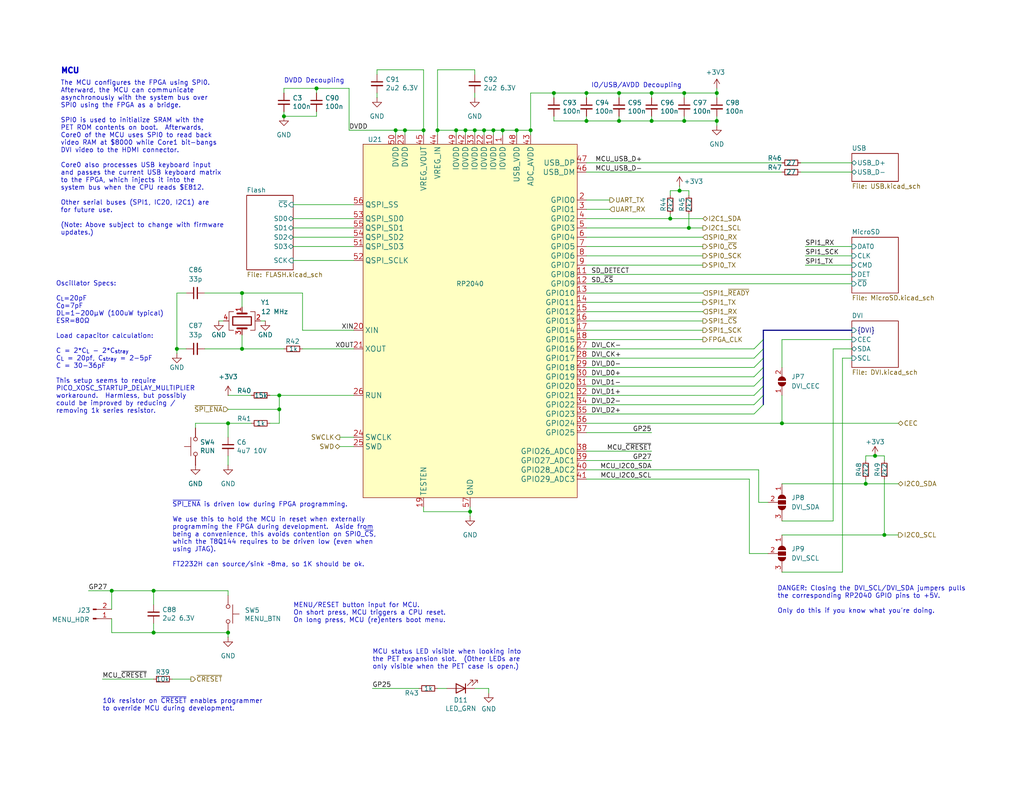
<source format=kicad_sch>
(kicad_sch (version 20231120) (generator "eeschema") (generator_version "8.0")
  (paper "A")
  (title_block (title "EconoPET 40/8096") (date "2023-10-01") (rev "A") (comment 1 "Unspecified resistors are 1% and rated for 62.5mW or higher") (comment 2 "Unspecified capacitors are rated for 25V or higher") (comment 3 "Signals with B-prefix are level-shifted from 3V3 to 5V"))
  (lib_symbols
    (symbol "Connector:Conn_01x02_Pin" (pin_names (offset 1.016) hide)
      (property "Reference" "J" (at 0 2.54 0))
      (property "Value" "Conn_01x02_Pin" (at 0 -5.08 0))
      (symbol "Conn_01x02_Pin_1_1"
        (polyline (pts (xy 1.27 -2.54) (xy 0.8636 -2.54)) (stroke (width 0.1524)))
        (polyline (pts (xy 1.27 0) (xy 0.8636 0)) (stroke (width 0.1524)))
        (rectangle (start 0.8636 -2.413) (end 0 -2.667) (stroke (width 0.1524)) (fill (type outline)))
        (rectangle (start 0.8636 0.127) (end 0 -0.127) (stroke (width 0.1524)) (fill (type outline)))
        (pin passive line (at 5.08 0 180) (length 3.81) (name "Pin_1") (number "1"))
        (pin passive line (at 5.08 -2.54 180) (length 3.81) (name "Pin_2") (number "2"))
      )
    )
    (symbol "Device:C_Small" (pin_numbers hide) (pin_names (offset 0.254) hide)
      (property "Reference" "C" (at 0.254 1.778 0))
      (property "Value" "C_Small" (at 0.254 -2.032 0))
      (symbol "C_Small_0_1"
        (polyline (pts (xy -1.524 -0.508) (xy 1.524 -0.508)) (stroke (width 0.3302)))
        (polyline (pts (xy -1.524 0.508) (xy 1.524 0.508)) (stroke (width 0.3048)))
      )
      (symbol "C_Small_1_1"
        (pin passive line (at 0 2.54 270) (length 2.032) (name "~") (number "1"))
        (pin passive line (at 0 -2.54 90) (length 2.032) (name "~") (number "2"))
      )
    )
    (symbol "Device:Crystal_GND24" (pin_names (offset 1.016) hide)
      (property "Reference" "Y" (at 3.175 5.08 0))
      (property "Value" "Crystal_GND24" (at 3.175 3.175 0))
      (symbol "Crystal_GND24_0_1"
        (rectangle (start -1.143 2.54) (end 1.143 -2.54) (stroke (width 0.3048)))
        (polyline (pts (xy -2.54 0) (xy -2.032 0)))
        (polyline (pts (xy -2.032 -1.27) (xy -2.032 1.27)) (stroke (width 0.508)))
        (polyline (pts (xy 0 -3.81) (xy 0 -3.556)))
        (polyline (pts (xy 0 3.556) (xy 0 3.81)))
        (polyline (pts (xy 2.032 -1.27) (xy 2.032 1.27)) (stroke (width 0.508)))
        (polyline (pts (xy 2.032 0) (xy 2.54 0)))
        (polyline (pts (xy -2.54 -2.286) (xy -2.54 -3.556) (xy 2.54 -3.556) (xy 2.54 -2.286)))
        (polyline (pts (xy -2.54 2.286) (xy -2.54 3.556) (xy 2.54 3.556) (xy 2.54 2.286)))
      )
      (symbol "Crystal_GND24_1_1"
        (pin passive line (at -3.81 0 0) (length 1.27) (name "1") (number "1"))
        (pin passive line (at 0 5.08 270) (length 1.27) (name "2") (number "2"))
        (pin passive line (at 3.81 0 180) (length 1.27) (name "3") (number "3"))
        (pin passive line (at 0 -5.08 90) (length 1.27) (name "4") (number "4"))
      )
    )
    (symbol "Device:LED" (pin_numbers hide) (pin_names (offset 1.016) hide)
      (property "Reference" "D" (at 0 2.54 0))
      (property "Value" "LED" (at 0 -2.54 0))
      (symbol "LED_0_1"
        (polyline (pts (xy -1.27 -1.27) (xy -1.27 1.27)) (stroke (width 0.254)))
        (polyline (pts (xy -1.27 0) (xy 1.27 0)))
        (polyline (pts (xy 1.27 -1.27) (xy 1.27 1.27) (xy -1.27 0) (xy 1.27 -1.27)) (stroke (width 0.254)))
        (polyline (pts (xy -3.048 -0.762) (xy -4.572 -2.286) (xy -3.81 -2.286) (xy -4.572 -2.286) (xy -4.572 -1.524)))
        (polyline (pts (xy -1.778 -0.762) (xy -3.302 -2.286) (xy -2.54 -2.286) (xy -3.302 -2.286) (xy -3.302 -1.524)))
      )
      (symbol "LED_1_1"
        (pin passive line (at -3.81 0 0) (length 2.54) (name "K") (number "1"))
        (pin passive line (at 3.81 0 180) (length 2.54) (name "A") (number "2"))
      )
    )
    (symbol "Device:R_Small" (pin_numbers hide) (pin_names (offset 0.254) hide)
      (property "Reference" "R" (at 0.762 0.508 0))
      (property "Value" "R_Small" (at 0.762 -1.016 0))
      (symbol "R_Small_0_1"
        (rectangle (start -0.762 1.778) (end 0.762 -1.778) (stroke (width 0.2032)))
      )
      (symbol "R_Small_1_1"
        (pin passive line (at 0 2.54 270) (length 0.762) (name "~") (number "1"))
        (pin passive line (at 0 -2.54 90) (length 0.762) (name "~") (number "2"))
      )
    )
    (symbol "EconoPET:RP2040"
      (property "Reference" "U" (at -27.94 39.37 0))
      (property "Value" "RP2040" (at -3.81 0 0))
      (symbol "RP2040_0_0"
        (rectangle (start -29.21 38.1) (end 29.21 -58.42) (fill (type background)))
        (pin power_in line (at 8.89 40.64 270) (length 2.54) (name "IOVDD") (number "1"))
        (pin power_in line (at 6.35 40.64 270) (length 2.54) (name "IOVDD") (number "10"))
        (pin bidirectional line (at 31.75 2.54 180) (length 2.54) (name "GPIO8") (number "11"))
        (pin bidirectional line (at 31.75 0 180) (length 2.54) (name "GPIO9") (number "12"))
        (pin bidirectional line (at 31.75 -2.54 180) (length 2.54) (name "GPIO10") (number "13"))
        (pin bidirectional line (at 31.75 -5.08 180) (length 2.54) (name "GPIO11") (number "14"))
        (pin bidirectional line (at 31.75 -7.62 180) (length 2.54) (name "GPIO12") (number "15"))
        (pin bidirectional line (at 31.75 -10.16 180) (length 2.54) (name "GPIO13") (number "16"))
        (pin bidirectional line (at 31.75 -12.7 180) (length 2.54) (name "GPIO14") (number "17"))
        (pin bidirectional line (at 31.75 -15.24 180) (length 2.54) (name "GPIO15") (number "18"))
        (pin input line (at -12.7 -60.96 90) (length 2.54) (name "TESTEN") (number "19"))
        (pin bidirectional line (at 31.75 22.86 180) (length 2.54) (name "GPIO0") (number "2"))
        (pin input line (at -31.75 -12.7 0) (length 2.54) (name "XIN") (number "20"))
        (pin output line (at -31.75 -17.78 0) (length 2.54) (name "XOUT") (number "21"))
        (pin power_in line (at 3.81 40.64 270) (length 2.54) (name "IOVDD") (number "22"))
        (pin power_in line (at -17.78 40.64 270) (length 2.54) (name "DVDD") (number "23"))
        (pin output line (at -31.75 -41.91 0) (length 2.54) (name "SWCLK") (number "24"))
        (pin bidirectional line (at -31.75 -44.45 0) (length 2.54) (name "SWD") (number "25"))
        (pin input line (at -31.75 -30.48 0) (length 2.54) (name "RUN") (number "26"))
        (pin bidirectional line (at 31.75 -17.78 180) (length 2.54) (name "GPIO16") (number "27"))
        (pin bidirectional line (at 31.75 -20.32 180) (length 2.54) (name "GPIO17") (number "28"))
        (pin bidirectional line (at 31.75 -22.86 180) (length 2.54) (name "GPIO18") (number "29"))
        (pin bidirectional line (at 31.75 20.32 180) (length 2.54) (name "GPIO1") (number "3"))
        (pin bidirectional line (at 31.75 -25.4 180) (length 2.54) (name "GPIO19") (number "30"))
        (pin bidirectional line (at 31.75 -27.94 180) (length 2.54) (name "GPIO20") (number "31"))
        (pin bidirectional line (at 31.75 -30.48 180) (length 2.54) (name "GPIO21") (number "32"))
        (pin power_in line (at 1.27 40.64 270) (length 2.54) (name "IOVDD") (number "33"))
        (pin bidirectional line (at 31.75 -33.02 180) (length 2.54) (name "GPIO22") (number "34"))
        (pin bidirectional line (at 31.75 -35.56 180) (length 2.54) (name "GPIO23") (number "35"))
        (pin bidirectional line (at 31.75 -38.1 180) (length 2.54) (name "GPIO24") (number "36"))
        (pin bidirectional line (at 31.75 -40.64 180) (length 2.54) (name "GPIO25") (number "37"))
        (pin bidirectional line (at 31.75 -45.72 180) (length 2.54) (name "GPIO26_ADC0") (number "38"))
        (pin bidirectional line (at 31.75 -48.26 180) (length 2.54) (name "GPIO27_ADC1") (number "39"))
        (pin bidirectional line (at 31.75 17.78 180) (length 2.54) (name "GPIO2") (number "4"))
        (pin bidirectional line (at 31.75 -50.8 180) (length 2.54) (name "GPIO28_ADC2") (number "40"))
        (pin bidirectional line (at 31.75 -53.34 180) (length 2.54) (name "GPIO29_ADC3") (number "41"))
        (pin power_in line (at -1.27 40.64 270) (length 2.54) (name "IOVDD") (number "42"))
        (pin power_in line (at 16.51 40.64 270) (length 2.54) (name "ADC_AVDD") (number "43"))
        (pin power_in line (at -8.89 40.64 270) (length 2.54) (name "VREG_IN") (number "44"))
        (pin power_out line (at -12.7 40.64 270) (length 2.54) (name "VREG_VOUT") (number "45"))
        (pin bidirectional line (at 31.75 30.48 180) (length 2.54) (name "USB_DM") (number "46"))
        (pin bidirectional line (at 31.75 33.02 180) (length 2.54) (name "USB_DP") (number "47"))
        (pin power_in line (at 12.7 40.64 270) (length 2.54) (name "USB_VDD") (number "48"))
        (pin power_in line (at -3.81 40.64 270) (length 2.54) (name "IOVDD") (number "49"))
        (pin bidirectional line (at 31.75 15.24 180) (length 2.54) (name "GPIO3") (number "5"))
        (pin power_in line (at -20.32 40.64 270) (length 2.54) (name "DVDD") (number "50"))
        (pin bidirectional line (at -31.75 10.16 0) (length 2.54) (name "QSPI_SD3") (number "51"))
        (pin output line (at -31.75 6.35 0) (length 2.54) (name "QSPI_SCLK") (number "52"))
        (pin bidirectional line (at -31.75 17.78 0) (length 2.54) (name "QSPI_SD0") (number "53"))
        (pin bidirectional line (at -31.75 12.7 0) (length 2.54) (name "QSPI_SD2") (number "54"))
        (pin bidirectional line (at -31.75 15.24 0) (length 2.54) (name "QSPI_SD1") (number "55"))
        (pin bidirectional line (at -31.75 21.59 0) (length 2.54) (name "QSPI_SS") (number "56"))
        (pin power_in line (at 0 -60.96 90) (length 2.54) (name "GND") (number "57"))
        (pin bidirectional line (at 31.75 12.7 180) (length 2.54) (name "GPIO4") (number "6"))
        (pin bidirectional line (at 31.75 10.16 180) (length 2.54) (name "GPIO5") (number "7"))
        (pin bidirectional line (at 31.75 7.62 180) (length 2.54) (name "GPIO6") (number "8"))
        (pin bidirectional line (at 31.75 5.08 180) (length 2.54) (name "GPIO7") (number "9"))
      )
    )
    (symbol "Jumper:SolderJumper_2_Open" (pin_names (offset 0) hide)
      (property "Reference" "JP" (at 0 2.032 0))
      (property "Value" "SolderJumper_2_Open" (at 0 -2.54 0))
      (symbol "SolderJumper_2_Open_0_1"
        (arc (start -0.254 1.016) (mid -1.2655 0) (end -0.254 -1.016))
        (arc (start -0.254 1.016) (mid -1.2655 0) (end -0.254 -1.016) (fill (type outline)))
        (polyline (pts (xy -0.254 1.016) (xy -0.254 -1.016)))
        (polyline (pts (xy 0.254 1.016) (xy 0.254 -1.016)))
        (arc (start 0.254 -1.016) (mid 1.2655 0) (end 0.254 1.016))
        (arc (start 0.254 -1.016) (mid 1.2655 0) (end 0.254 1.016) (fill (type outline)))
      )
      (symbol "SolderJumper_2_Open_1_1"
        (pin passive line (at -3.81 0 0) (length 2.54) (name "A") (number "1"))
        (pin passive line (at 3.81 0 180) (length 2.54) (name "B") (number "2"))
      )
    )
    (symbol "Jumper:SolderJumper_3_Open" (pin_names (offset 0) hide)
      (property "Reference" "JP" (at -2.54 -2.54 0))
      (property "Value" "SolderJumper_3_Open" (at 0 2.794 0))
      (symbol "SolderJumper_3_Open_0_1"
        (arc (start -1.016 1.016) (mid -2.0275 0) (end -1.016 -1.016))
        (arc (start -1.016 1.016) (mid -2.0275 0) (end -1.016 -1.016) (fill (type outline)))
        (rectangle (start -0.508 1.016) (end 0.508 -1.016) (fill (type outline)))
        (polyline (pts (xy -2.54 0) (xy -2.032 0)))
        (polyline (pts (xy -1.016 1.016) (xy -1.016 -1.016)))
        (polyline (pts (xy 0 -1.27) (xy 0 -1.016)))
        (polyline (pts (xy 1.016 1.016) (xy 1.016 -1.016)))
        (polyline (pts (xy 2.54 0) (xy 2.032 0)))
        (arc (start 1.016 -1.016) (mid 2.0275 0) (end 1.016 1.016))
        (arc (start 1.016 -1.016) (mid 2.0275 0) (end 1.016 1.016) (fill (type outline)))
      )
      (symbol "SolderJumper_3_Open_1_1"
        (pin passive line (at -5.08 0 0) (length 2.54) (name "A") (number "1"))
        (pin passive line (at 0 -3.81 90) (length 2.54) (name "C") (number "2"))
        (pin passive line (at 5.08 0 180) (length 2.54) (name "B") (number "3"))
      )
    )
    (symbol "Switch:SW_Push" (pin_numbers hide) (pin_names (offset 1.016) hide)
      (property "Reference" "SW" (at 1.27 2.54 0))
      (property "Value" "SW_Push" (at 0 -1.524 0))
      (symbol "SW_Push_0_1"
        (circle (center -2.032 0) (radius 0.508))
        (polyline (pts (xy 0 1.27) (xy 0 3.048)))
        (polyline (pts (xy 2.54 1.27) (xy -2.54 1.27)))
        (circle (center 2.032 0) (radius 0.508))
        (pin passive line (at -5.08 0 0) (length 2.54) (name "1") (number "1"))
        (pin passive line (at 5.08 0 180) (length 2.54) (name "2") (number "2"))
      )
    )
    (symbol "power:+3V3" (power) (pin_numbers hide) (pin_names (offset 0) hide)
      (property "Value" "+3V3" (at 0 3.556 0))
      (symbol "+3V3_0_1"
        (polyline (pts (xy -0.762 1.27) (xy 0 2.54)))
        (polyline (pts (xy 0 0) (xy 0 2.54)))
        (polyline (pts (xy 0 2.54) (xy 0.762 1.27)))
      )
      (symbol "+3V3_1_1"
        (pin power_in line (at 0 0 90) (length 0) (name "~") (number "1"))
      )
    )
    (symbol "power:GND" (power) (pin_numbers hide) (pin_names (offset 0) hide)
      (property "Value" "GND" (at 0 -3.81 0))
      (symbol "GND_0_1"
        (polyline (pts (xy 0 0) (xy 0 -1.27) (xy 1.27 -1.27) (xy 0 -2.54) (xy -1.27 -1.27) (xy 0 -1.27)))
      )
      (symbol "GND_1_1"
        (pin power_in line (at 0 0 270) (length 0) (name "~") (number "1"))
      )
    )
  )
  (junction (at 134.62 35.56))
  (junction (at 110.49 35.56))
  (junction (at 41.91 161.29))
  (junction (at 195.58 25.4))
  (junction (at 41.91 172.72))
  (junction (at 182.88 59.69))
  (junction (at 177.8 33.02))
  (junction (at 119.38 35.56))
  (junction (at 160.02 33.02))
  (junction (at 151.13 25.4))
  (junction (at 62.23 115.57))
  (junction (at 160.02 25.4))
  (junction (at 66.04 80.01))
  (junction (at 86.36 24.13))
  (junction (at 168.91 33.02))
  (junction (at 48.26 95.25))
  (junction (at 238.76 124.46))
  (junction (at 185.42 52.07))
  (junction (at 62.23 172.72))
  (junction (at 76.2 111.76))
  (junction (at 186.69 25.4))
  (junction (at 115.57 35.56))
  (junction (at 129.54 35.56))
  (junction (at 168.91 25.4))
  (junction (at 195.58 33.02))
  (junction (at 128.27 139.7))
  (junction (at 107.95 35.56))
  (junction (at 236.22 132.08))
  (junction (at 213.36 115.57))
  (junction (at 66.04 95.25))
  (junction (at 144.78 35.56))
  (junction (at 76.2 107.95))
  (junction (at 132.08 35.56))
  (junction (at 186.69 33.02))
  (junction (at 241.3 146.05))
  (junction (at 127 35.56))
  (junction (at 187.96 62.23))
  (junction (at 177.8 25.4))
  (junction (at 137.16 35.56))
  (junction (at 140.97 35.56))
  (junction (at 30.48 161.29))
  (junction (at 77.47 31.75))
  (junction (at 124.46 35.56))
  (bus_entry (at 208.28 107.95) (size -2.54 2.54))
  (bus_entry (at 208.28 110.49) (size -2.54 2.54))
  (bus_entry (at 208.28 100.33) (size -2.54 2.54))
  (bus_entry (at 208.28 102.87) (size -2.54 2.54))
  (bus_entry (at 208.28 97.79) (size -2.54 2.54))
  (bus_entry (at 208.28 105.41) (size -2.54 2.54))
  (bus_entry (at 208.28 95.25) (size -2.54 2.54))
  (bus_entry (at 208.28 92.71) (size -2.54 2.54))
  (wire (pts (xy 186.69 25.4) (xy 186.69 26.67)))
  (wire (pts (xy 144.78 25.4) (xy 144.78 35.56)))
  (wire (pts (xy 241.3 124.46) (xy 241.3 125.73)))
  (wire (pts (xy 151.13 25.4) (xy 160.02 25.4)))
  (wire (pts (xy 160.02 72.39) (xy 191.77 72.39)))
  (wire (pts (xy 187.96 58.42) (xy 187.96 62.23)))
  (wire (pts (xy 92.71 119.38) (xy 96.52 119.38)))
  (wire (pts (xy 73.66 107.95) (xy 76.2 107.95)))
  (wire (pts (xy 185.42 52.07) (xy 187.96 52.07)))
  (wire (pts (xy 160.02 57.15) (xy 166.37 57.15)))
  (wire (pts (xy 177.8 25.4) (xy 186.69 25.4)))
  (wire (pts (xy 92.71 121.92) (xy 96.52 121.92)))
  (wire (pts (xy 160.02 125.73) (xy 177.8 125.73)))
  (wire (pts (xy 102.87 19.05) (xy 102.87 20.32)))
  (wire (pts (xy 134.62 35.56) (xy 132.08 35.56)))
  (wire (pts (xy 160.02 25.4) (xy 160.02 26.67)))
  (wire (pts (xy 160.02 46.99) (xy 213.36 46.99)))
  (wire (pts (xy 187.96 62.23) (xy 160.02 62.23)))
  (wire (pts (xy 213.36 92.71) (xy 213.36 100.33)))
  (wire (pts (xy 55.88 95.25) (xy 66.04 95.25)))
  (wire (pts (xy 207.01 128.27) (xy 207.01 137.16)))
  (wire (pts (xy 160.02 64.77) (xy 191.77 64.77)))
  (wire (pts (xy 218.44 44.45) (xy 232.41 44.45)))
  (wire (pts (xy 62.23 115.57) (xy 62.23 119.38)))
  (wire (pts (xy 76.2 111.76) (xy 76.2 107.95)))
  (wire (pts (xy 30.48 168.91) (xy 30.48 172.72)))
  (wire (pts (xy 187.96 52.07) (xy 187.96 53.34)))
  (wire (pts (xy 82.55 80.01) (xy 82.55 90.17)))
  (wire (pts (xy 62.23 124.46) (xy 62.23 127)))
  (wire (pts (xy 110.49 35.56) (xy 110.49 36.83)))
  (wire (pts (xy 219.71 69.85) (xy 232.41 69.85)))
  (wire (pts (xy 186.69 25.4) (xy 195.58 25.4)))
  (wire (pts (xy 236.22 125.73) (xy 236.22 124.46)))
  (wire (pts (xy 182.88 52.07) (xy 185.42 52.07)))
  (wire (pts (xy 134.62 35.56) (xy 134.62 36.83)))
  (wire (pts (xy 55.88 80.01) (xy 66.04 80.01)))
  (wire (pts (xy 77.47 24.13) (xy 86.36 24.13)))
  (wire (pts (xy 132.08 35.56) (xy 132.08 36.83)))
  (wire (pts (xy 168.91 25.4) (xy 177.8 25.4)))
  (wire (pts (xy 219.71 67.31) (xy 232.41 67.31)))
  (wire (pts (xy 132.08 35.56) (xy 129.54 35.56)))
  (wire (pts (xy 144.78 35.56) (xy 140.97 35.56)))
  (wire (pts (xy 160.02 102.87) (xy 205.74 102.87)))
  (wire (pts (xy 160.02 118.11) (xy 177.8 118.11)))
  (wire (pts (xy 76.2 115.57) (xy 76.2 111.76)))
  (wire (pts (xy 238.76 124.46) (xy 241.3 124.46)))
  (wire (pts (xy 115.57 19.05) (xy 115.57 35.56)))
  (wire (pts (xy 160.02 100.33) (xy 205.74 100.33)))
  (wire (pts (xy 186.69 31.75) (xy 186.69 33.02)))
  (wire (pts (xy 62.23 115.57) (xy 68.58 115.57)))
  (wire (pts (xy 186.69 33.02) (xy 177.8 33.02)))
  (wire (pts (xy 27.94 185.42) (xy 41.91 185.42)))
  (wire (pts (xy 48.26 80.01) (xy 48.26 95.25)))
  (wire (pts (xy 86.36 24.13) (xy 95.25 24.13)))
  (wire (pts (xy 213.36 92.71) (xy 232.41 92.71)))
  (wire (pts (xy 177.8 33.02) (xy 168.91 33.02)))
  (wire (pts (xy 160.02 77.47) (xy 232.41 77.47)))
  (wire (pts (xy 82.55 90.17) (xy 96.52 90.17)))
  (wire (pts (xy 160.02 90.17) (xy 191.77 90.17)))
  (wire (pts (xy 86.36 24.13) (xy 86.36 25.4)))
  (wire (pts (xy 213.36 115.57) (xy 245.11 115.57)))
  (wire (pts (xy 219.71 72.39) (xy 232.41 72.39)))
  (wire (pts (xy 82.55 95.25) (xy 96.52 95.25)))
  (wire (pts (xy 160.02 33.02) (xy 151.13 33.02)))
  (wire (pts (xy 80.01 64.77) (xy 96.52 64.77)))
  (wire (pts (xy 140.97 35.56) (xy 140.97 36.83)))
  (bus (pts (xy 208.28 90.17) (xy 208.28 92.71)))
  (wire (pts (xy 160.02 110.49) (xy 205.74 110.49)))
  (wire (pts (xy 30.48 172.72) (xy 41.91 172.72)))
  (wire (pts (xy 128.27 138.43) (xy 128.27 139.7)))
  (wire (pts (xy 48.26 95.25) (xy 50.8 95.25)))
  (wire (pts (xy 41.91 170.18) (xy 41.91 172.72)))
  (wire (pts (xy 59.69 87.63) (xy 60.96 87.63)))
  (wire (pts (xy 119.38 19.05) (xy 129.54 19.05)))
  (wire (pts (xy 110.49 35.56) (xy 107.95 35.56)))
  (wire (pts (xy 182.88 59.69) (xy 191.77 59.69)))
  (wire (pts (xy 102.87 19.05) (xy 115.57 19.05)))
  (wire (pts (xy 195.58 31.75) (xy 195.58 33.02)))
  (wire (pts (xy 229.87 97.79) (xy 229.87 156.21)))
  (wire (pts (xy 160.02 130.81) (xy 204.47 130.81)))
  (wire (pts (xy 160.02 85.09) (xy 191.77 85.09)))
  (wire (pts (xy 195.58 34.29) (xy 195.58 33.02)))
  (wire (pts (xy 62.23 107.95) (xy 68.58 107.95)))
  (wire (pts (xy 95.25 24.13) (xy 95.25 35.56)))
  (wire (pts (xy 151.13 33.02) (xy 151.13 31.75)))
  (wire (pts (xy 119.38 187.96) (xy 121.92 187.96)))
  (wire (pts (xy 160.02 107.95) (xy 205.74 107.95)))
  (wire (pts (xy 213.36 142.24) (xy 227.33 142.24)))
  (wire (pts (xy 86.36 31.75) (xy 77.47 31.75)))
  (wire (pts (xy 124.46 35.56) (xy 124.46 36.83)))
  (wire (pts (xy 182.88 58.42) (xy 182.88 59.69)))
  (wire (pts (xy 102.87 25.4) (xy 102.87 26.67)))
  (wire (pts (xy 160.02 69.85) (xy 191.77 69.85)))
  (bus (pts (xy 208.28 97.79) (xy 208.28 100.33)))
  (wire (pts (xy 168.91 25.4) (xy 168.91 26.67)))
  (wire (pts (xy 227.33 95.25) (xy 232.41 95.25)))
  (wire (pts (xy 80.01 59.69) (xy 96.52 59.69)))
  (wire (pts (xy 77.47 24.13) (xy 77.47 25.4)))
  (wire (pts (xy 213.36 132.08) (xy 236.22 132.08)))
  (wire (pts (xy 168.91 31.75) (xy 168.91 33.02)))
  (wire (pts (xy 101.6 187.96) (xy 114.3 187.96)))
  (wire (pts (xy 41.91 161.29) (xy 62.23 161.29)))
  (wire (pts (xy 66.04 80.01) (xy 66.04 83.82)))
  (wire (pts (xy 127 35.56) (xy 124.46 35.56)))
  (wire (pts (xy 160.02 87.63) (xy 191.77 87.63)))
  (bus (pts (xy 208.28 90.17) (xy 232.41 90.17)))
  (wire (pts (xy 160.02 105.41) (xy 205.74 105.41)))
  (wire (pts (xy 137.16 36.83) (xy 137.16 35.56)))
  (wire (pts (xy 127 35.56) (xy 127 36.83)))
  (wire (pts (xy 160.02 54.61) (xy 166.37 54.61)))
  (wire (pts (xy 160.02 67.31) (xy 191.77 67.31)))
  (wire (pts (xy 160.02 95.25) (xy 205.74 95.25)))
  (wire (pts (xy 128.27 139.7) (xy 128.27 140.97)))
  (wire (pts (xy 48.26 95.25) (xy 48.26 96.52)))
  (wire (pts (xy 182.88 59.69) (xy 160.02 59.69)))
  (wire (pts (xy 195.58 33.02) (xy 186.69 33.02)))
  (wire (pts (xy 53.34 115.57) (xy 62.23 115.57)))
  (wire (pts (xy 236.22 132.08) (xy 245.11 132.08)))
  (wire (pts (xy 160.02 82.55) (xy 191.77 82.55)))
  (wire (pts (xy 66.04 80.01) (xy 82.55 80.01)))
  (wire (pts (xy 227.33 142.24) (xy 227.33 95.25)))
  (wire (pts (xy 86.36 30.48) (xy 86.36 31.75)))
  (wire (pts (xy 41.91 161.29) (xy 41.91 165.1)))
  (wire (pts (xy 80.01 62.23) (xy 96.52 62.23)))
  (wire (pts (xy 73.66 115.57) (xy 76.2 115.57)))
  (wire (pts (xy 204.47 130.81) (xy 204.47 151.13)))
  (wire (pts (xy 236.22 130.81) (xy 236.22 132.08)))
  (bus (pts (xy 208.28 105.41) (xy 208.28 107.95)))
  (wire (pts (xy 80.01 55.88) (xy 96.52 55.88)))
  (wire (pts (xy 41.91 172.72) (xy 62.23 172.72)))
  (wire (pts (xy 62.23 111.76) (xy 76.2 111.76)))
  (wire (pts (xy 160.02 97.79) (xy 205.74 97.79)))
  (wire (pts (xy 119.38 35.56) (xy 119.38 19.05)))
  (wire (pts (xy 129.54 187.96) (xy 133.35 187.96)))
  (wire (pts (xy 30.48 161.29) (xy 41.91 161.29)))
  (wire (pts (xy 50.8 80.01) (xy 48.26 80.01)))
  (wire (pts (xy 160.02 74.93) (xy 232.41 74.93)))
  (wire (pts (xy 151.13 25.4) (xy 144.78 25.4)))
  (wire (pts (xy 160.02 92.71) (xy 191.77 92.71)))
  (wire (pts (xy 80.01 67.31) (xy 96.52 67.31)))
  (wire (pts (xy 66.04 95.25) (xy 66.04 91.44)))
  (wire (pts (xy 213.36 146.05) (xy 241.3 146.05)))
  (wire (pts (xy 129.54 19.05) (xy 129.54 20.32)))
  (wire (pts (xy 53.34 115.57) (xy 53.34 116.84)))
  (wire (pts (xy 182.88 53.34) (xy 182.88 52.07)))
  (wire (pts (xy 213.36 107.95) (xy 213.36 115.57)))
  (wire (pts (xy 137.16 35.56) (xy 140.97 35.56)))
  (wire (pts (xy 195.58 24.13) (xy 195.58 25.4)))
  (bus (pts (xy 208.28 102.87) (xy 208.28 105.41)))
  (wire (pts (xy 115.57 138.43) (xy 115.57 139.7)))
  (wire (pts (xy 137.16 35.56) (xy 134.62 35.56)))
  (wire (pts (xy 218.44 46.99) (xy 232.41 46.99)))
  (wire (pts (xy 119.38 36.83) (xy 119.38 35.56)))
  (wire (pts (xy 76.2 107.95) (xy 96.52 107.95)))
  (wire (pts (xy 185.42 50.8) (xy 185.42 52.07)))
  (wire (pts (xy 177.8 25.4) (xy 177.8 26.67)))
  (wire (pts (xy 46.99 185.42) (xy 52.07 185.42)))
  (wire (pts (xy 160.02 128.27) (xy 207.01 128.27)))
  (wire (pts (xy 144.78 36.83) (xy 144.78 35.56)))
  (wire (pts (xy 119.38 35.56) (xy 124.46 35.56)))
  (wire (pts (xy 160.02 44.45) (xy 213.36 44.45)))
  (bus (pts (xy 208.28 100.33) (xy 208.28 102.87)))
  (wire (pts (xy 71.12 87.63) (xy 72.39 87.63)))
  (wire (pts (xy 207.01 137.16) (xy 209.55 137.16)))
  (wire (pts (xy 95.25 35.56) (xy 107.95 35.56)))
  (bus (pts (xy 208.28 92.71) (xy 208.28 95.25)))
  (wire (pts (xy 160.02 31.75) (xy 160.02 33.02)))
  (wire (pts (xy 229.87 97.79) (xy 232.41 97.79)))
  (wire (pts (xy 115.57 139.7) (xy 128.27 139.7)))
  (wire (pts (xy 110.49 35.56) (xy 115.57 35.56)))
  (wire (pts (xy 24.13 161.29) (xy 30.48 161.29)))
  (wire (pts (xy 66.04 95.25) (xy 77.47 95.25)))
  (wire (pts (xy 151.13 26.67) (xy 151.13 25.4)))
  (wire (pts (xy 133.35 187.96) (xy 133.35 189.23)))
  (bus (pts (xy 208.28 95.25) (xy 208.28 97.79)))
  (wire (pts (xy 80.01 71.12) (xy 96.52 71.12)))
  (wire (pts (xy 62.23 172.72) (xy 62.23 173.99)))
  (wire (pts (xy 204.47 151.13) (xy 209.55 151.13)))
  (bus (pts (xy 208.28 107.95) (xy 208.28 110.49)))
  (wire (pts (xy 160.02 113.03) (xy 205.74 113.03)))
  (wire (pts (xy 236.22 124.46) (xy 238.76 124.46)))
  (wire (pts (xy 160.02 123.19) (xy 177.8 123.19)))
  (wire (pts (xy 195.58 25.4) (xy 195.58 26.67)))
  (wire (pts (xy 177.8 31.75) (xy 177.8 33.02)))
  (wire (pts (xy 129.54 35.56) (xy 129.54 36.83)))
  (wire (pts (xy 129.54 25.4) (xy 129.54 26.67)))
  (wire (pts (xy 229.87 156.21) (xy 213.36 156.21)))
  (wire (pts (xy 107.95 35.56) (xy 107.95 36.83)))
  (wire (pts (xy 62.23 161.29) (xy 62.23 162.56)))
  (wire (pts (xy 241.3 146.05) (xy 245.11 146.05)))
  (wire (pts (xy 168.91 33.02) (xy 160.02 33.02)))
  (wire (pts (xy 160.02 115.57) (xy 213.36 115.57)))
  (wire (pts (xy 160.02 80.01) (xy 191.77 80.01)))
  (wire (pts (xy 115.57 35.56) (xy 115.57 36.83)))
  (wire (pts (xy 77.47 30.48) (xy 77.47 31.75)))
  (wire (pts (xy 30.48 161.29) (xy 30.48 166.37)))
  (wire (pts (xy 129.54 35.56) (xy 127 35.56)))
  (wire (pts (xy 241.3 130.81) (xy 241.3 146.05)))
  (wire (pts (xy 160.02 25.4) (xy 168.91 25.4)))
  (wire (pts (xy 187.96 62.23) (xy 191.77 62.23)))
  (text "IO/USB/AVDD Decoupling" (at 161.29 24.13 0) (effects (font (size 1.27 1.27)) (justify left bottom)))
  (text "The MCU configures the FPGA using SPI0.\nAfterward, the MCU can communicate\nasynchronously with the system bus over\nSPI0 using the FPGA as a bridge.\n\nSPI0 is used to initialize SRAM with the\nPET ROM contents on boot.  Afterwards,\nCore0 of the MCU uses SPI0 to read back\nvideo RAM at $8000 while Core1 bit-bangs\nDVI video to the HDMI connector.\n\nCore0 also processes USB keyboard input\nand passes the current USB keyboard matrix\nto the FPGA, which injects it into the\nsystem bus when the CPU reads $E812.\n\nOther serial buses (SPI1, IC20, I2C1) are\nfor future use.\n\n(Note: Above subject to change with firmware\nupdates.)" (at 16.51 43.18 0) (effects (font (size 1.27 1.27)) (justify left)))
  (text "Oscillator Specs:\n\nC_{L}=20pF\nC_{0}=7pF\nDL=1-200μW (100uW typical)\nESR=80Ω\n\nLoad capacitor calculation:\n\nC = 2*C_{L} - 2*C_{stray}\nC_{L} = 20pf, C_{stray} = 2-5pF\nC = 30-36pF\n\nThis setup seems to require\nPICO_XOSC_STARTUP_DELAY_MULTIPLIER\nworkaround.  Harmless, but possibly\ncould be improved by reducing /\nremoving 1k series resistor." (at 15.24 113.03 0) (effects (font (size 1.27 1.27)) (justify left bottom)))
  (text "~{SPI_ENA} is driven low during FPGA programming.\n\nWe use this to hold the MCU in reset when externally\nprogramming the FPGA during development.  Aside from\nbeing a convenience, this avoids contention on SPI0_~{CS},\nwhich the T8Q144 requires to be driven low (even when\nusing JTAG).\n\nFT2232H can source/sink ~8ma, so 1K should be ok.\n" (at 46.99 154.94 0) (effects (font (size 1.27 1.27)) (justify left bottom)))
  (text "MCU" (at 16.51 20.32 0) (effects (font (size 1.5 1.5) (thickness 0.8) (bold yes)) (justify left bottom)))
  (text "DANGER: Closing the DVI_SCL/DVI_SDA jumpers pulls\nthe corresponding RP2040 GPIO pins to +5V.\n\nOnly do this if you know what you're doing." (at 212.09 163.83 0) (effects (font (size 1.27 1.27)) (justify left)))
  (text "MCU status LED visible when looking into\nthe PET expansion slot.  (Other LEDs are\nonly visible when the PET case is open.)" (at 101.6 182.88 0) (effects (font (size 1.27 1.27)) (justify left bottom)))
  (text "MENU/RESET button input for MCU.\nOn short press, MCU triggers a CPU reset.\nOn long press, MCU (re)enters boot menu." (at 80.01 170.18 0) (effects (font (size 1.27 1.27)) (justify left bottom)))
  (text "DVDD Decoupling" (at 77.47 22.86 0) (effects (font (size 1.27 1.27)) (justify left bottom)))
  (text "10k resistor on ~{CRESET} enables programmer\nto override MCU during development." (at 27.94 194.31 0) (effects (font (size 1.27 1.27)) (justify left bottom)))
  (label "DVI_CK+" (at 161.29 97.79 0))
  (label "DVI_D2-" (at 161.29 110.49 0))
  (label "DVI_D0+" (at 161.29 102.87 0))
  (label "DVI_CK-" (at 161.29 95.25 0))
  (label "MCU_~{CRESET}" (at 177.8 123.19 180))
  (label "DVI_D2+" (at 161.29 113.03 0))
  (label "XOUT" (at 96.52 95.25 180))
  (label "GP25" (at 101.6 187.96 0))
  (label "GP25" (at 177.8 118.11 180))
  (label "DVI_D1+" (at 161.29 107.95 0))
  (label "DVI_D1-" (at 161.29 105.41 0))
  (label "SPI1_RX" (at 219.71 67.31 0))
  (label "SPI1_TX" (at 219.71 72.39 0))
  (label "MCU_USB_D+" (at 175.26 44.45 180))
  (label "MCU_USB_D-" (at 175.26 46.99 180))
  (label "MCU_I2C0_SCL" (at 177.8 130.81 180))
  (label "GP27" (at 24.13 161.29 0))
  (label "SD_DETECT" (at 161.29 74.93 0))
  (label "MCU_~{CRESET}" (at 27.94 185.42 0))
  (label "SPI1_SCK" (at 219.71 69.85 0))
  (label "DVI_D0-" (at 161.29 100.33 0))
  (label "MCU_I2C0_SDA" (at 177.8 128.27 180))
  (label "SD_~{CS}" (at 161.29 77.47 0))
  (label "GP27" (at 177.8 125.73 180))
  (label "DVDD" (at 95.25 35.56 0))
  (label "XIN" (at 96.52 90.17 180))
  (hierarchical_label "I2C0_SDA" (shape bidirectional) (at 245.11 132.08 0))
  (hierarchical_label "FPGA_CLK" (shape output) (at 191.77 92.71 0))
  (hierarchical_label "I2C1_SDA" (shape bidirectional) (at 191.77 59.69 0))
  (hierarchical_label "~{CRESET}" (shape output) (at 52.07 185.42 0))
  (hierarchical_label "CEC" (shape bidirectional) (at 245.11 115.57 0))
  (hierarchical_label "SPI1_TX" (shape output) (at 191.77 82.55 0))
  (hierarchical_label "SPI1_RX" (shape input) (at 191.77 85.09 0))
  (hierarchical_label "~{SPI_ENA}" (shape input) (at 62.23 111.76 180))
  (hierarchical_label "SPI0_TX" (shape output) (at 191.77 72.39 0))
  (hierarchical_label "I2C1_SCL" (shape output) (at 191.77 62.23 0))
  (hierarchical_label "UART_TX" (shape output) (at 166.37 54.61 0))
  (hierarchical_label "SPI0_SCK" (shape output) (at 191.77 69.85 0))
  (hierarchical_label "I2C0_SCL" (shape output) (at 245.11 146.05 0))
  (hierarchical_label "SPI1_~{CS}" (shape output) (at 191.77 87.63 0))
  (hierarchical_label "UART_RX" (shape input) (at 166.37 57.15 0))
  (hierarchical_label "SPI1_~{READY}" (shape input) (at 191.77 80.01 0))
  (hierarchical_label "SPI1_SCK" (shape output) (at 191.77 90.17 0))
  (hierarchical_label "SWCLK" (shape output) (at 92.71 119.38 180))
  (hierarchical_label "SWD" (shape bidirectional) (at 92.71 121.92 180))
  (hierarchical_label "SPI0_~{CS}" (shape output) (at 191.77 67.31 0))
  (hierarchical_label "SPI0_RX" (shape input) (at 191.77 64.77 0))
  (symbol (lib_id "Device:C_Small") (at 160.02 29.21 0) (unit 1)
    (property "Reference" "C94" (at 162.3568 28.0416 0) (effects (justify left)))
    (property "Value" "100n" (at 162.3568 30.353 0) (effects (justify left)))
    (property "Footprint" "Capacitor_SMD:C_0402_1005Metric" (effects (hide yes)))
    (property "Datasheet" "https://product.samsungsem.com/mlcc/CL05B104KB54PN.do" (effects (hide yes)))
    (property "LCSC" "C307331" (effects (hide yes)))
  )
  (symbol (lib_id "Device:C_Small") (at 53.34 95.25 90) (unit 1)
    (property "Reference" "C87" (at 53.3463 88.9 90))
    (property "Value" "33p" (at 53.3463 91.44 90))
    (property "Footprint" "Capacitor_SMD:C_0402_1005Metric" (effects (hide yes)))
    (property "Datasheet" "https://www.lcsc.com/datasheet/lcsc_datasheet_2304140030_FH--Guangdong-Fenghua-Advanced-Tech-0402CG330J500NT_C1562.pdf" (effects (hide yes)))
    (property "LCSC" "C1562" (effects (hide yes)))
  )
  (symbol (lib_id "Jumper:SolderJumper_3_Open") (at 213.36 137.16 270) (unit 1)
    (property "Reference" "JP8" (at 215.9 135.8899 90) (effects (justify left)))
    (property "Value" "DVI_SDA" (at 215.9 138.4299 90) (effects (justify left)))
    (property "Footprint" "Jumper:SolderJumper-3_P1.3mm_Open_RoundedPad1.0x1.5mm" (effects (hide yes)))
  )
  (symbol (lib_id "power:GND") (at 128.27 140.97 0) (unit 1)
    (property "Reference" "#PWR0156" (effects (hide yes)))
    (property "Value" "GND" (at 128.27 146.05 0))
    (property "Description" "Power symbol creates a global label with name \"GND\" , ground" (effects (hide yes)))
  )
  (symbol (lib_id "power:GND") (at 59.69 87.63 0) (unit 1)
    (property "Reference" "#PWR0148" (effects (hide yes)))
    (property "Value" "GND" (at 59.69 91.44 0))
    (property "Description" "Power symbol creates a global label with name \"GND\" , ground" (effects (hide yes)))
  )
  (symbol (lib_id "Device:C_Small") (at 195.58 29.21 0) (unit 1)
    (property "Reference" "C98" (at 197.9168 28.0416 0) (effects (justify left)))
    (property "Value" "100n" (at 197.9168 30.353 0) (effects (justify left)))
    (property "Footprint" "Capacitor_SMD:C_0402_1005Metric" (effects (hide yes)))
    (property "Datasheet" "https://product.samsungsem.com/mlcc/CL05B104KB54PN.do" (effects (hide yes)))
    (property "LCSC" "C307331" (effects (hide yes)))
  )
  (symbol (lib_id "power:GND") (at 102.87 26.67 0) (unit 1)
    (property "Reference" "#PWR0154" (effects (hide yes)))
    (property "Value" "GND" (at 102.87 31.75 0))
    (property "Description" "Power symbol creates a global label with name \"GND\" , ground" (effects (hide yes)))
  )
  (symbol (lib_id "Device:C_Small") (at 53.34 80.01 90) (unit 1)
    (property "Reference" "C86" (at 53.3463 73.66 90))
    (property "Value" "33p" (at 53.3463 76.2 90))
    (property "Footprint" "Capacitor_SMD:C_0402_1005Metric" (effects (hide yes)))
    (property "Datasheet" "https://www.lcsc.com/datasheet/lcsc_datasheet_2304140030_FH--Guangdong-Fenghua-Advanced-Tech-0402CG330J500NT_C1562.pdf" (effects (hide yes)))
    (property "LCSC" "C1562" (effects (hide yes)))
  )
  (symbol (lib_id "power:GND") (at 48.26 96.52 0) (unit 1)
    (property "Reference" "#PWR0146" (effects (hide yes)))
    (property "Value" "GND" (at 48.26 100.33 0))
    (property "Description" "Power symbol creates a global label with name \"GND\" , ground" (effects (hide yes)))
  )
  (symbol (lib_id "EconoPET:RP2040") (at 128.27 77.47 0) (unit 1)
    (property "Reference" "U21" (at 100.33 38.1 0) (effects (justify left)))
    (property "Value" "RP2040" (at 124.46 77.47 0) (effects (justify left)))
    (property "Footprint" "EconoPET:LQFN-56_L7.0-W7.0-P0.4-EP" (effects (hide yes)))
    (property "Datasheet" "https://jlcpcb.com/api/file/downloadByFileSystemAccessId/8550723933012836352" (effects (hide yes)))
    (property "LCSC" "C2040" (effects (hide yes)))
  )
  (symbol (lib_id "Device:LED") (at 125.73 187.96 180) (unit 1)
    (property "Reference" "D11" (at 125.73 191.135 0))
    (property "Value" "LED_GRN" (at 125.73 193.4464 0))
    (property "Footprint" "LED_SMD:LED_0603_1608Metric" (effects (hide yes)))
    (property "Datasheet" "https://wmsc.lcsc.com/wmsc/upload/file/pdf/v2/lcsc/2207051802_Everlight-Elec-19-217-GHC-YR1S2-6T_C2986059.pdf" (effects (hide yes)))
    (property "LCSC" "C2986059" (effects (hide yes)))
  )
  (symbol (lib_id "Device:R_Small") (at 187.96 55.88 0) (unit 1)
    (property "Reference" "R45" (at 186.055 57.785 90) (effects (justify left)))
    (property "Value" "2k2" (at 187.96 57.785 90) (effects (justify left)))
    (property "Footprint" "Resistor_SMD:R_0402_1005Metric" (effects (hide yes)))
    (property "Datasheet" "https://www.lcsc.com/datasheet/lcsc_datasheet_2206010045_UNI-ROYAL-Uniroyal-Elec-0402WGF2201TCE_C25879.pdf" (effects (hide yes)))
    (property "LCSC" "C25879" (effects (hide yes)))
  )
  (symbol (lib_id "Jumper:SolderJumper_3_Open") (at 213.36 151.13 270) (unit 1)
    (property "Reference" "JP9" (at 215.9 149.8599 90) (effects (justify left)))
    (property "Value" "DVI_SCL" (at 215.9 152.3999 90) (effects (justify left)))
    (property "Footprint" "Jumper:SolderJumper-3_P1.3mm_Open_RoundedPad1.0x1.5mm" (effects (hide yes)))
  )
  (symbol (lib_id "Device:R_Small") (at 71.12 115.57 90) (unit 1)
    (property "Reference" "R41" (at 68.58 114.3 90) (effects (justify left)))
    (property "Value" "1k" (at 72.39 115.57 90) (effects (justify left)))
    (property "Footprint" "Resistor_SMD:R_0402_1005Metric" (effects (hide yes)))
    (property "Datasheet" "https://www.lcsc.com/datasheet/lcsc_datasheet_2206010216_UNI-ROYAL-Uniroyal-Elec-0402WGF1001TCE_C11702.pdf" (effects (hide yes)))
    (property "LCSC" "C11702" (effects (hide yes)))
  )
  (symbol (lib_id "Device:R_Small") (at 44.45 185.42 90) (mirror x) (unit 1)
    (property "Reference" "R39" (at 46.355 183.515 90) (effects (justify left)))
    (property "Value" "10k" (at 46.228 185.42 90) (effects (justify left)))
    (property "Footprint" "Resistor_SMD:R_0402_1005Metric" (effects (hide yes)))
    (property "Datasheet" "https://jlcpcb.com/api/file/downloadByFileSystemAccessId/8556212101498380288" (effects (hide yes)))
    (property "LCSC" "C25744" (effects (hide yes)))
  )
  (symbol (lib_id "power:GND") (at 77.47 31.75 0) (unit 1)
    (property "Reference" "#PWR0153" (effects (hide yes)))
    (property "Value" "GND" (at 77.47 36.83 0))
    (property "Description" "Power symbol creates a global label with name \"GND\" , ground" (effects (hide yes)))
  )
  (symbol (lib_id "Device:Crystal_GND24") (at 66.04 87.63 270) (unit 1)
    (property "Reference" "Y1" (at 72.39 82.55 90))
    (property "Value" "12 MHz" (at 74.93 85.09 90))
    (property "Footprint" "Crystal:Crystal_SMD_3225-4Pin_3.2x2.5mm" (effects (hide yes)))
    (property "Datasheet" "https://www.lcsc.com/datasheet/lcsc_datasheet_2403291504_YXC-Crystal-Oscillators-X322512MSB4SI_C9002.pdf" (effects (hide yes)))
    (property "LCSC" "C9002" (effects (hide yes)))
  )
  (symbol (lib_id "Device:R_Small") (at 116.84 187.96 90) (unit 1)
    (property "Reference" "R43" (at 114.3 189.23 90) (effects (justify left)))
    (property "Value" "1k" (at 118.11 187.96 90) (effects (justify left)))
    (property "Footprint" "Resistor_SMD:R_0402_1005Metric" (effects (hide yes)))
    (property "Datasheet" "https://www.lcsc.com/datasheet/lcsc_datasheet_2206010216_UNI-ROYAL-Uniroyal-Elec-0402WGF1001TCE_C11702.pdf" (effects (hide yes)))
    (property "LCSC" "C11702" (effects (hide yes)))
  )
  (symbol (lib_id "Device:C_Small") (at 129.54 22.86 0) (unit 1)
    (property "Reference" "C92" (at 131.8768 21.6916 0) (effects (justify left)))
    (property "Value" "2u2 6.3V" (at 131.8768 24.003 0) (effects (justify left)))
    (property "Footprint" "Capacitor_SMD:C_0402_1005Metric" (effects (hide yes)))
    (property "Datasheet" "https://product.samsungsem.com/mlcc/CL05A225MQ5NSN.do" (effects (hide yes)))
    (property "LCSC" "C12530" (effects (hide yes)))
  )
  (symbol (lib_id "power:GND") (at 53.34 127 0) (unit 1)
    (property "Reference" "#PWR0147" (effects (hide yes)))
    (property "Value" "GND" (at 53.34 132.08 0))
    (property "Description" "Power symbol creates a global label with name \"GND\" , ground" (effects (hide yes)))
  )
  (symbol (lib_id "power:GND") (at 129.54 26.67 0) (unit 1)
    (property "Reference" "#PWR0155" (effects (hide yes)))
    (property "Value" "GND" (at 129.54 31.75 0))
    (property "Description" "Power symbol creates a global label with name \"GND\" , ground" (effects (hide yes)))
  )
  (symbol (lib_id "Switch:SW_Push") (at 53.34 121.92 90) (unit 1)
    (property "Reference" "SW4" (at 54.5592 120.7516 90) (effects (justify right)))
    (property "Value" "RUN" (at 54.5592 123.063 90) (effects (justify right)))
    (property "Footprint" "EconoPET:SW_PUSH_1P1T_6x3.5mm_H4.3_APEM_MJTP1243" (effects (hide yes)))
    (property "Amazon" "https://smile.amazon.com/dp/B008DS188Y" (effects (hide yes)))
    (property "Alt-LCSC" "C457531" (effects (hide yes)))
    (property "MOUSER" "611-PTS636SK43LFS" (effects (hide yes)))
  )
  (symbol (lib_id "Jumper:SolderJumper_2_Open") (at 213.36 104.14 90) (unit 1)
    (property "Reference" "JP7" (at 215.9 102.8699 90) (effects (justify right)))
    (property "Value" "DVI_CEC" (at 215.9 105.4099 90) (effects (justify right)))
    (property "Footprint" "Jumper:SolderJumper-2_P1.3mm_Open_RoundedPad1.0x1.5mm" (effects (hide yes)))
  )
  (symbol (lib_id "power:+3V3") (at 62.23 107.95 0) (unit 1)
    (property "Reference" "#PWR0149" (effects (hide yes)))
    (property "Value" "+3V3" (at 62.23 102.87 0))
    (property "Description" "Power symbol creates a global label with name \"+3V3\"" (effects (hide yes)))
  )
  (symbol (lib_id "Connector:Conn_01x02_Pin") (at 25.4 168.91 0) (mirror x) (unit 1)
    (property "Reference" "J23" (at 22.86 166.624 0))
    (property "Value" "MENU_HDR" (at 19.304 169.164 0))
    (property "Footprint" "Connector_PinHeader_2.54mm:PinHeader_1x02_P2.54mm_Vertical" (effects (hide yes)))
    (property "Description" "Generic connector, single row, 01x02, script generated" (effects (hide yes)))
    (property "MOUSER" "649-1012937891002BLF" (effects (hide yes)))
  )
  (symbol (lib_id "Device:C_Small") (at 86.36 27.94 0) (unit 1)
    (property "Reference" "C90" (at 88.6968 26.7716 0) (effects (justify left)))
    (property "Value" "100n" (at 88.6968 29.083 0) (effects (justify left)))
    (property "Footprint" "Capacitor_SMD:C_0402_1005Metric" (effects (hide yes)))
    (property "Datasheet" "https://product.samsungsem.com/mlcc/CL05B104KB54PN.do" (effects (hide yes)))
    (property "LCSC" "C307331" (effects (hide yes)))
  )
  (symbol (lib_id "Device:R_Small") (at 215.9 46.99 90) (unit 1)
    (property "Reference" "R47" (at 213.36 45.72 90) (effects (justify left)))
    (property "Value" "27" (at 217.17 46.99 90) (effects (justify left)))
    (property "Footprint" "Resistor_SMD:R_0603_1608Metric" (effects (hide yes)))
    (property "Datasheet" "https://www.lcsc.com/datasheet/lcsc_datasheet_2205311845_UNI-ROYAL-Uniroyal-Elec-0603WAF270JT5E_C25190.pdf" (effects (hide yes)))
    (property "LCSC" "C25190" (effects (hide yes)))
  )
  (symbol (lib_id "Device:R_Small") (at 80.01 95.25 90) (unit 1)
    (property "Reference" "R42" (at 81.788 93.218 90) (effects (justify left)))
    (property "Value" "1k" (at 81.28 95.25 90) (effects (justify left)))
    (property "Footprint" "Resistor_SMD:R_0402_1005Metric" (effects (hide yes)))
    (property "Datasheet" "https://www.lcsc.com/datasheet/lcsc_datasheet_2206010216_UNI-ROYAL-Uniroyal-Elec-0402WGF1001TCE_C11702.pdf" (effects (hide yes)))
    (property "LCSC" "C11702" (effects (hide yes)))
  )
  (symbol (lib_id "Device:C_Small") (at 151.13 29.21 0) (unit 1)
    (property "Reference" "C93" (at 153.4668 28.0416 0) (effects (justify left)))
    (property "Value" "100n" (at 153.4668 30.353 0) (effects (justify left)))
    (property "Footprint" "Capacitor_SMD:C_0402_1005Metric" (effects (hide yes)))
    (property "Datasheet" "https://product.samsungsem.com/mlcc/CL05B104KB54PN.do" (effects (hide yes)))
    (property "LCSC" "C307331" (effects (hide yes)))
  )
  (symbol (lib_id "power:+3V3") (at 185.42 50.8 0) (unit 1)
    (property "Reference" "#PWR0158" (effects (hide yes)))
    (property "Value" "+3V3" (at 189.23 49.53 0))
    (property "Description" "Power symbol creates a global label with name \"+3V3\"" (effects (hide yes)))
  )
  (symbol (lib_id "Device:C_Small") (at 102.87 22.86 0) (unit 1)
    (property "Reference" "C91" (at 105.2068 21.6916 0) (effects (justify left)))
    (property "Value" "2u2 6.3V" (at 105.2068 24.003 0) (effects (justify left)))
    (property "Footprint" "Capacitor_SMD:C_0402_1005Metric" (effects (hide yes)))
    (property "Datasheet" "https://product.samsungsem.com/mlcc/CL05A225MQ5NSN.do" (effects (hide yes)))
    (property "LCSC" "C12530" (effects (hide yes)))
  )
  (symbol (lib_id "Device:R_Small") (at 215.9 44.45 90) (unit 1)
    (property "Reference" "R46" (at 213.36 43.18 90) (effects (justify left)))
    (property "Value" "27" (at 217.17 44.45 90) (effects (justify left)))
    (property "Footprint" "Resistor_SMD:R_0603_1608Metric" (effects (hide yes)))
    (property "Datasheet" "https://www.lcsc.com/datasheet/lcsc_datasheet_2205311845_UNI-ROYAL-Uniroyal-Elec-0603WAF270JT5E_C25190.pdf" (effects (hide yes)))
    (property "LCSC" "C25190" (effects (hide yes)))
  )
  (symbol (lib_id "power:GND") (at 62.23 127 0) (unit 1)
    (property "Reference" "#PWR0150" (effects (hide yes)))
    (property "Value" "GND" (at 62.23 132.08 0))
    (property "Description" "Power symbol creates a global label with name \"GND\" , ground" (effects (hide yes)))
  )
  (symbol (lib_id "Device:C_Small") (at 62.23 121.92 0) (unit 1)
    (property "Reference" "C6" (at 64.5668 120.7516 0) (effects (justify left)))
    (property "Value" "4u7 10V" (at 64.5668 123.063 0) (effects (justify left)))
    (property "Footprint" "Capacitor_SMD:C_0402_1005Metric" (effects (hide yes)))
    (property "Datasheet" "https://product.samsungsem.com/mlcc/CL05A475MP5NRN.do" (effects (hide yes)))
    (property "LCSC" "C23733" (effects (hide yes)))
  )
  (symbol (lib_id "power:GND") (at 133.35 189.23 0) (unit 1)
    (property "Reference" "#PWR0157" (effects (hide yes)))
    (property "Value" "GND" (at 133.35 193.548 0))
    (property "Description" "Power symbol creates a global label with name \"GND\" , ground" (effects (hide yes)))
  )
  (symbol (lib_id "Switch:SW_Push") (at 62.23 167.64 270) (mirror x) (unit 1)
    (property "Reference" "SW5" (at 70.866 166.624 90) (effects (justify right)))
    (property "Value" "MENU_BTN" (at 76.708 168.91 90) (effects (justify right)))
    (property "Footprint" "PET:APEM_MJTP1117" (effects (hide yes)))
    (property "Datasheet" "https://www.mouser.com/datasheet/2/26/APPMS00088_1-2538152.pdf" (effects (hide yes)))
    (property "MOUSER" "642-MJTP1117" (effects (hide yes)))
    (property "AliExpress" "https://www.aliexpress.us/item/2251832705063661.html" (effects (hide yes)))
  )
  (symbol (lib_id "power:GND") (at 72.39 87.63 0) (unit 1)
    (property "Reference" "#PWR0152" (effects (hide yes)))
    (property "Value" "GND" (at 72.39 91.44 0))
    (property "Description" "Power symbol creates a global label with name \"GND\" , ground" (effects (hide yes)))
  )
  (symbol (lib_id "Device:R_Small") (at 71.12 107.95 90) (unit 1)
    (property "Reference" "R40" (at 68.58 106.68 90) (effects (justify left)))
    (property "Value" "15k" (at 73.025 107.95 90) (effects (justify left)))
    (property "Footprint" "Resistor_SMD:R_0402_1005Metric" (effects (hide yes)))
    (property "Datasheet" "https://www.lcsc.com/datasheet/lcsc_datasheet_2206010100_UNI-ROYAL-Uniroyal-Elec-0402WGF1502TCE_C25756.pdf" (effects (hide yes)))
    (property "LCSC" "C25756" (effects (hide yes)))
  )
  (symbol (lib_id "Device:R_Small") (at 182.88 55.88 0) (unit 1)
    (property "Reference" "R44" (at 180.975 57.785 90) (effects (justify left)))
    (property "Value" "2k2" (at 182.88 57.785 90) (effects (justify left)))
    (property "Footprint" "Resistor_SMD:R_0402_1005Metric" (effects (hide yes)))
    (property "Datasheet" "https://www.lcsc.com/datasheet/lcsc_datasheet_2206010045_UNI-ROYAL-Uniroyal-Elec-0402WGF2201TCE_C25879.pdf" (effects (hide yes)))
    (property "LCSC" "C25879" (effects (hide yes)))
  )
  (symbol (lib_id "Device:C_Small") (at 177.8 29.21 0) (unit 1)
    (property "Reference" "C96" (at 180.1368 28.0416 0) (effects (justify left)))
    (property "Value" "100n" (at 180.1368 30.353 0) (effects (justify left)))
    (property "Footprint" "Capacitor_SMD:C_0402_1005Metric" (effects (hide yes)))
    (property "Datasheet" "https://product.samsungsem.com/mlcc/CL05B104KB54PN.do" (effects (hide yes)))
    (property "LCSC" "C307331" (effects (hide yes)))
  )
  (symbol (lib_id "Device:C_Small") (at 41.91 167.64 0) (unit 1)
    (property "Reference" "C88" (at 44.2468 166.4716 0) (effects (justify left)))
    (property "Value" "2u2 6.3V" (at 44.2468 168.783 0) (effects (justify left)))
    (property "Footprint" "Capacitor_SMD:C_0402_1005Metric" (effects (hide yes)))
    (property "Datasheet" "https://product.samsungsem.com/mlcc/CL05A225MQ5NSN.do" (effects (hide yes)))
    (property "LCSC" "C12530" (effects (hide yes)))
  )
  (symbol (lib_id "power:+3V3") (at 195.58 24.13 0) (mirror y) (unit 1)
    (property "Reference" "#PWR0159" (effects (hide yes)))
    (property "Value" "+3V3" (at 195.199 19.7358 0))
    (property "Description" "Power symbol creates a global label with name \"+3V3\"" (effects (hide yes)))
  )
  (symbol (lib_id "Device:C_Small") (at 186.69 29.21 0) (unit 1)
    (property "Reference" "C97" (at 189.0268 28.0416 0) (effects (justify left)))
    (property "Value" "100n" (at 189.0268 30.353 0) (effects (justify left)))
    (property "Footprint" "Capacitor_SMD:C_0402_1005Metric" (effects (hide yes)))
    (property "Datasheet" "https://product.samsungsem.com/mlcc/CL05B104KB54PN.do" (effects (hide yes)))
    (property "LCSC" "C307331" (effects (hide yes)))
  )
  (symbol (lib_id "power:GND") (at 62.23 173.99 0) (unit 1)
    (property "Reference" "#PWR0151" (effects (hide yes)))
    (property "Value" "GND" (at 62.23 179.07 0))
    (property "Description" "Power symbol creates a global label with name \"GND\" , ground" (effects (hide yes)))
  )
  (symbol (lib_id "power:+3V3") (at 238.76 124.46 0) (unit 1)
    (property "Reference" "#PWR0161" (effects (hide yes)))
    (property "Value" "+3V3" (at 238.76 120.65 0))
    (property "Description" "Power symbol creates a global label with name \"+3V3\"" (effects (hide yes)))
  )
  (symbol (lib_id "power:GND") (at 195.58 34.29 0) (unit 1)
    (property "Reference" "#PWR0160" (effects (hide yes)))
    (property "Value" "GND" (at 195.58 39.37 0))
    (property "Description" "Power symbol creates a global label with name \"GND\" , ground" (effects (hide yes)))
  )
  (symbol (lib_id "Device:C_Small") (at 77.47 27.94 0) (unit 1)
    (property "Reference" "C3" (at 79.8068 26.7716 0) (effects (justify left)))
    (property "Value" "100n" (at 79.8068 29.083 0) (effects (justify left)))
    (property "Footprint" "Capacitor_SMD:C_0402_1005Metric" (effects (hide yes)))
    (property "Datasheet" "https://product.samsungsem.com/mlcc/CL05B104KB54PN.do" (effects (hide yes)))
    (property "LCSC" "C307331" (effects (hide yes)))
  )
  (symbol (lib_id "Device:R_Small") (at 236.22 128.27 0) (unit 1)
    (property "Reference" "R48" (at 234.315 130.175 90) (effects (justify left)))
    (property "Value" "2k2" (at 236.22 130.175 90) (effects (justify left)))
    (property "Footprint" "Resistor_SMD:R_0402_1005Metric" (effects (hide yes)))
    (property "Datasheet" "https://www.lcsc.com/datasheet/lcsc_datasheet_2206010045_UNI-ROYAL-Uniroyal-Elec-0402WGF2201TCE_C25879.pdf" (effects (hide yes)))
    (property "LCSC" "C25879" (effects (hide yes)))
  )
  (symbol (lib_id "Device:C_Small") (at 168.91 29.21 0) (unit 1)
    (property "Reference" "C95" (at 171.2468 28.0416 0) (effects (justify left)))
    (property "Value" "100n" (at 171.2468 30.353 0) (effects (justify left)))
    (property "Footprint" "Capacitor_SMD:C_0402_1005Metric" (effects (hide yes)))
    (property "Datasheet" "https://product.samsungsem.com/mlcc/CL05B104KB54PN.do" (effects (hide yes)))
    (property "LCSC" "C307331" (effects (hide yes)))
  )
  (symbol (lib_id "Device:R_Small") (at 241.3 128.27 0) (unit 1)
    (property "Reference" "R49" (at 239.395 130.175 90) (effects (justify left)))
    (property "Value" "2k2" (at 241.3 130.175 90) (effects (justify left)))
    (property "Footprint" "Resistor_SMD:R_0402_1005Metric" (effects (hide yes)))
    (property "Datasheet" "https://www.lcsc.com/datasheet/lcsc_datasheet_2206010045_UNI-ROYAL-Uniroyal-Elec-0402WGF2201TCE_C25879.pdf" (effects (hide yes)))
    (property "LCSC" "C25879" (effects (hide yes)))
  )
  (sheet (at 67.31 53.34) (size 12.7 20.32) (stroke (width 0.1524))
    (property "Sheetname" "Flash" (at 67.31 52.6284 0) (effects (justify left bottom)))
    (property "Sheetfile" "FLASH.kicad_sch" (at 67.31 74.2446 0) (effects (justify left top)))
    (pin "~{CS}" input (at 80.01 55.88 0))
    (pin "SCK" input (at 80.01 71.12 0))
    (pin "SD3" bidirectional (at 80.01 67.31 0))
    (pin "SD0" bidirectional (at 80.01 59.69 0))
    (pin "SD2" bidirectional (at 80.01 64.77 0))
    (pin "SD1" bidirectional (at 80.01 62.23 0))
  )
  (sheet (at 232.41 41.91) (size 12.7 7.62) (stroke (width 0.1524))
    (property "Sheetname" "USB" (at 232.41 41.1984 0) (effects (justify left bottom)))
    (property "Sheetfile" "USB.kicad_sch" (at 232.41 50.1146 0) (effects (justify left top)))
    (pin "USB_D-" bidirectional (at 232.41 46.99 180))
    (pin "USB_D+" bidirectional (at 232.41 44.45 180))
  )
  (sheet (at 232.41 87.63) (size 12.7 12.7) (stroke (width 0.1524))
    (property "Sheetname" "DVI" (at 232.41 86.9184 0) (effects (justify left bottom)))
    (property "Sheetfile" "DVI.kicad_sch" (at 232.41 100.9146 0) (effects (justify left top)))
    (pin "CEC" input (at 232.41 92.71 180))
    (pin "SDA" bidirectional (at 232.41 95.25 180))
    (pin "SCL" input (at 232.41 97.79 180))
    (pin "{DVI}" input (at 232.41 90.17 180))
  )
  (sheet (at 232.41 64.77) (size 12.7 15.24) (stroke (width 0.1524))
    (property "Sheetname" "MicroSD" (at 232.41 64.0584 0) (effects (justify left bottom)))
    (property "Sheetfile" "MicroSD.kicad_sch" (at 232.41 80.5946 0) (effects (justify left top)))
    (pin "CLK" input (at 232.41 69.85 180))
    (pin "DAT0" input (at 232.41 67.31 180))
    (pin "DET" input (at 232.41 74.93 180))
    (pin "~{CD}" input (at 232.41 77.47 180))
    (pin "CMD" input (at 232.41 72.39 180))
  )
)
</source>
